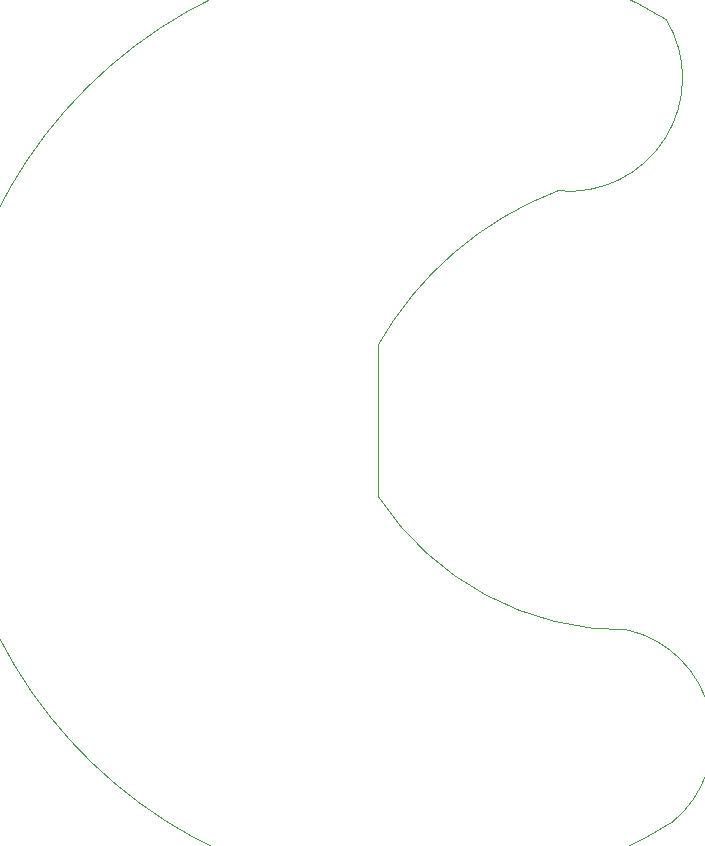
<source format=gbr>
%TF.GenerationSoftware,Altium Limited,Altium Designer,22.9.1 (49)*%
G04 Layer_Color=0*
%FSLAX45Y45*%
%MOMM*%
%TF.SameCoordinates,A07B7C20-9008-4073-B72B-9E11D2315A39*%
%TF.FilePolarity,Positive*%
%TF.FileFunction,Profile,NP*%
%TF.Part,Single*%
G01*
G75*
%TA.AperFunction,Profile*%
%ADD91C,0.02540*%
D91*
X13133247Y10221686D02*
G03*
X15250000Y9087459I2094026J1365669D01*
G01*
D02*
G02*
X15625755Y7461872I-213941J-905674D01*
G01*
D02*
G02*
X15575964Y14254498I-2137758J3380825D01*
G01*
D02*
G02*
X14656259Y12806259I-824404J-492611D01*
G01*
D02*
G03*
X13133247Y11498158I1052828J-2766466D01*
G01*
X13133247Y10221686D01*
%TF.MD5,d57c2f12f26eb8ca8b655793bd5e13ea*%
M02*

</source>
